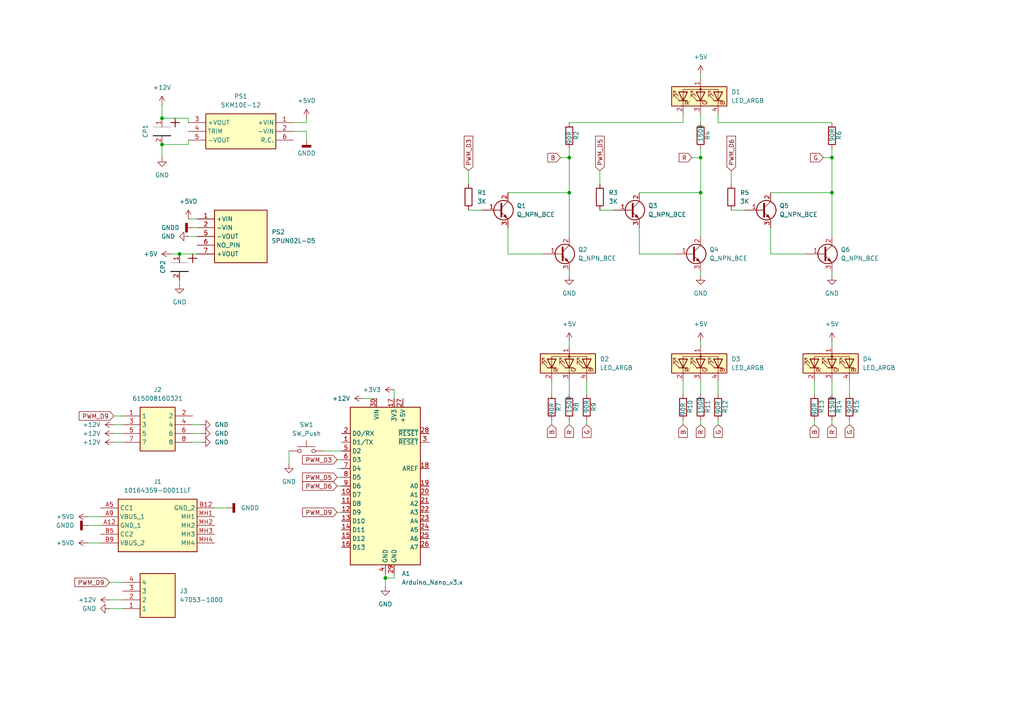
<source format=kicad_sch>
(kicad_sch (version 20231120) (generator "eeschema") (generator_version "8.0")
  (paper "A4")
  (lib_symbols
    (symbol "10164359-00011LF:10164359-00011LF"
      (property "Reference" "J" (at 29.21 7.62 0))
      (property "Value" "10164359-00011LF" (at 29.21 5.08 0))
      (symbol "10164359-00011LF_1_1"
        (rectangle (start 5.08 2.54) (end 27.94 -12.7) (stroke (width 0.254)) (fill (type background)))
        (pin passive line (at 0 -5.08 0) (length 5.08) (name "GND_1") (number "A12"))
        (pin passive line (at 0 0 0) (length 5.08) (name "CC1") (number "A5"))
        (pin passive line (at 0 -2.54 0) (length 5.08) (name "VBUS_1") (number "A9"))
        (pin passive line (at 33.02 0 180) (length 5.08) (name "GND_2") (number "B12"))
        (pin passive line (at 0 -7.62 0) (length 5.08) (name "CC2") (number "B5"))
        (pin passive line (at 0 -10.16 0) (length 5.08) (name "VBUS_2") (number "B9"))
        (pin passive line (at 33.02 -2.54 180) (length 5.08) (name "MH1") (number "MH1"))
        (pin passive line (at 33.02 -5.08 180) (length 5.08) (name "MH2") (number "MH2"))
        (pin passive line (at 33.02 -7.62 180) (length 5.08) (name "MH3") (number "MH3"))
        (pin passive line (at 33.02 -10.16 180) (length 5.08) (name "MH4") (number "MH4"))
      )
    )
    (symbol "47053-1000:47053-1000"
      (property "Reference" "J" (at 16.51 7.62 0))
      (property "Value" "47053-1000" (at 16.51 5.08 0))
      (symbol "47053-1000_1_1"
        (rectangle (start 5.08 2.54) (end 15.24 -10.16) (stroke (width 0.254)) (fill (type background)))
        (pin passive line (at 0 -7.62 0) (length 5.08) (name "1") (number "1"))
        (pin passive line (at 0 -5.08 0) (length 5.08) (name "2") (number "2"))
        (pin passive line (at 0 -2.54 0) (length 5.08) (name "3") (number "3"))
        (pin passive line (at 0 0 0) (length 5.08) (name "4") (number "4"))
      )
    )
    (symbol "615008160321:615008160321"
      (property "Reference" "J" (at 16.51 7.62 0))
      (property "Value" "615008160321" (at 16.51 5.08 0))
      (symbol "615008160321_1_1"
        (rectangle (start 5.08 2.54) (end 15.24 -10.16) (stroke (width 0.254)) (fill (type background)))
        (pin passive line (at 0 0 0) (length 5.08) (name "1") (number "1"))
        (pin passive line (at 20.32 0 180) (length 5.08) (name "2") (number "2"))
        (pin passive line (at 0 -2.54 0) (length 5.08) (name "3") (number "3"))
        (pin passive line (at 20.32 -2.54 180) (length 5.08) (name "4") (number "4"))
        (pin passive line (at 0 -5.08 0) (length 5.08) (name "5") (number "5"))
        (pin passive line (at 20.32 -5.08 180) (length 5.08) (name "6") (number "6"))
        (pin passive line (at 0 -7.62 0) (length 5.08) (name "7") (number "7"))
        (pin passive line (at 20.32 -7.62 180) (length 5.08) (name "8") (number "8"))
      )
    )
    (symbol "Capacitor_Wurth_WCAP-ATG8:P2.5D6.3L11_860010573007_Modified" (pin_names hide)
      (property "Reference" "CP" (at 0 5.08 0))
      (property "Value" "P2.5D6.3L11_860010573007_Modified" (at 0 -5.08 0))
      (symbol "P2.5D6.3L11_860010573007_Modified_1_1"
        (polyline (pts (xy -3.81 3.81) (xy -1.27 3.81)) (stroke (width 0.254)))
        (polyline (pts (xy -2.54 5.08) (xy -2.54 2.54)) (stroke (width 0.254)))
        (polyline (pts (xy -1.27 2.54) (xy -1.27 -2.54)) (stroke (width 0.254) (color 194 194 194 1)))
        (polyline (pts (xy 1.27 2.54) (xy 1.27 -2.54)) (stroke (width 0.254) (color 0 0 0 1)))
        (pin passive line (at -3.81 0 0) (length 2.54) (name "1") (number "1"))
        (pin passive line (at 3.81 0 180) (length 2.54) (name "2") (number "2"))
      )
    )
    (symbol "Device:LED_ARGB" (pin_names (offset 0) hide)
      (property "Reference" "D" (at 0 9.398 0))
      (property "Value" "LED_ARGB" (at 0 -8.89 0))
      (symbol "LED_ARGB_0_0"
        (text "B" (at -1.905 -6.35 0) (effects (font (size 1.27 1.27))))
        (text "G" (at -1.905 -1.27 0) (effects (font (size 1.27 1.27))))
        (text "R" (at -1.905 3.81 0) (effects (font (size 1.27 1.27))))
      )
      (symbol "LED_ARGB_0_1"
        (polyline (pts (xy -1.27 -5.08) (xy -2.54 -5.08)))
        (polyline (pts (xy -1.27 -5.08) (xy 1.27 -5.08)))
        (polyline (pts (xy -1.27 -3.81) (xy -1.27 -6.35)) (stroke (width 0.254)))
        (polyline (pts (xy -1.27 0) (xy -2.54 0)))
        (polyline (pts (xy -1.27 1.27) (xy -1.27 -1.27)) (stroke (width 0.254)))
        (polyline (pts (xy -1.27 5.08) (xy -2.54 5.08)))
        (polyline (pts (xy -1.27 5.08) (xy 1.27 5.08)))
        (polyline (pts (xy -1.27 6.35) (xy -1.27 3.81)) (stroke (width 0.254)))
        (polyline (pts (xy 1.27 0) (xy -1.27 0)))
        (polyline (pts (xy 1.27 0) (xy 2.54 0)))
        (polyline (pts (xy -1.27 1.27) (xy -1.27 -1.27) (xy -1.27 -1.27)))
        (polyline (pts (xy -1.27 6.35) (xy -1.27 3.81) (xy -1.27 3.81)))
        (polyline (pts (xy 1.27 -5.08) (xy 2.032 -5.08) (xy 2.032 5.08) (xy 1.27 5.08)))
        (polyline (pts (xy 1.27 -3.81) (xy 1.27 -6.35) (xy -1.27 -5.08) (xy 1.27 -3.81)) (stroke (width 0.254)))
        (polyline (pts (xy 1.27 1.27) (xy 1.27 -1.27) (xy -1.27 0) (xy 1.27 1.27)) (stroke (width 0.254)))
        (polyline (pts (xy 1.27 6.35) (xy 1.27 3.81) (xy -1.27 5.08) (xy 1.27 6.35)) (stroke (width 0.254)))
        (polyline (pts (xy -1.016 -3.81) (xy 0.508 -2.286) (xy -0.254 -2.286) (xy 0.508 -2.286) (xy 0.508 -3.048)))
        (polyline (pts (xy -1.016 1.27) (xy 0.508 2.794) (xy -0.254 2.794) (xy 0.508 2.794) (xy 0.508 2.032)))
        (polyline (pts (xy -1.016 6.35) (xy 0.508 7.874) (xy -0.254 7.874) (xy 0.508 7.874) (xy 0.508 7.112)))
        (polyline (pts (xy 0 -3.81) (xy 1.524 -2.286) (xy 0.762 -2.286) (xy 1.524 -2.286) (xy 1.524 -3.048)))
        (polyline (pts (xy 0 1.27) (xy 1.524 2.794) (xy 0.762 2.794) (xy 1.524 2.794) (xy 1.524 2.032)))
        (polyline (pts (xy 0 6.35) (xy 1.524 7.874) (xy 0.762 7.874) (xy 1.524 7.874) (xy 1.524 7.112)))
        (rectangle (start 1.27 -1.27) (end 1.27 1.27))
        (rectangle (start 1.27 1.27) (end 1.27 1.27))
        (rectangle (start 1.27 3.81) (end 1.27 6.35))
        (rectangle (start 1.27 6.35) (end 1.27 6.35))
        (circle (center 2.032 0) (radius 0.254) (fill (type outline)))
        (rectangle (start 2.794 8.382) (end -2.794 -7.62) (stroke (width 0.254)) (fill (type background)))
      )
      (symbol "LED_ARGB_1_1"
        (pin passive line (at 5.08 0 180) (length 2.54) (name "A") (number "1"))
        (pin passive line (at -5.08 5.08 0) (length 2.54) (name "RK") (number "2"))
        (pin passive line (at -5.08 0 0) (length 2.54) (name "GK") (number "3"))
        (pin passive line (at -5.08 -5.08 0) (length 2.54) (name "BK") (number "4"))
      )
    )
    (symbol "Device:Q_NPN_BCE" (pin_names (offset 0) hide)
      (property "Reference" "Q" (at 5.08 1.27 0))
      (property "Value" "Q_NPN_BCE" (at 5.08 -1.27 0))
      (symbol "Q_NPN_BCE_0_1"
        (polyline (pts (xy 0.635 0.635) (xy 2.54 2.54)))
        (polyline (pts (xy 0.635 -0.635) (xy 2.54 -2.54) (xy 2.54 -2.54)))
        (polyline (pts (xy 0.635 1.905) (xy 0.635 -1.905) (xy 0.635 -1.905)) (stroke (width 0.508)))
        (polyline (pts (xy 1.27 -1.778) (xy 1.778 -1.27) (xy 2.286 -2.286) (xy 1.27 -1.778) (xy 1.27 -1.778)) (fill (type outline)))
        (circle (center 1.27 0) (radius 2.8194) (stroke (width 0.254)))
      )
      (symbol "Q_NPN_BCE_1_1"
        (pin input line (at -5.08 0 0) (length 5.715) (name "B") (number "1"))
        (pin passive line (at 2.54 5.08 270) (length 2.54) (name "C") (number "2"))
        (pin passive line (at 2.54 -5.08 90) (length 2.54) (name "E") (number "3"))
      )
    )
    (symbol "Device:R" (pin_numbers hide) (pin_names (offset 0))
      (property "Reference" "R" (at 2.032 0 90))
      (property "Value" "R" (at 0 0 90))
      (symbol "R_0_1"
        (rectangle (start -1.016 -2.54) (end 1.016 2.54) (stroke (width 0.254)))
      )
      (symbol "R_1_1"
        (pin passive line (at 0 3.81 270) (length 1.27) (name "~") (number "1"))
        (pin passive line (at 0 -3.81 90) (length 1.27) (name "~") (number "2"))
      )
    )
    (symbol "MCU_Module:Arduino_Nano_v3.x"
      (property "Reference" "A" (at -10.16 23.495 0))
      (property "Value" "Arduino_Nano_v3.x" (at 5.08 -24.13 0))
      (symbol "Arduino_Nano_v3.x_0_1"
        (rectangle (start -10.16 22.86) (end 10.16 -22.86) (stroke (width 0.254)) (fill (type background)))
      )
      (symbol "Arduino_Nano_v3.x_1_1"
        (pin bidirectional line (at -12.7 12.7 0) (length 2.54) (name "D1/TX") (number "1"))
        (pin bidirectional line (at -12.7 -2.54 0) (length 2.54) (name "D7") (number "10"))
        (pin bidirectional line (at -12.7 -5.08 0) (length 2.54) (name "D8") (number "11"))
        (pin bidirectional line (at -12.7 -7.62 0) (length 2.54) (name "D9") (number "12"))
        (pin bidirectional line (at -12.7 -10.16 0) (length 2.54) (name "D10") (number "13"))
        (pin bidirectional line (at -12.7 -12.7 0) (length 2.54) (name "D11") (number "14"))
        (pin bidirectional line (at -12.7 -15.24 0) (length 2.54) (name "D12") (number "15"))
        (pin bidirectional line (at -12.7 -17.78 0) (length 2.54) (name "D13") (number "16"))
        (pin power_out line (at 2.54 25.4 270) (length 2.54) (name "3V3") (number "17"))
        (pin input line (at 12.7 5.08 180) (length 2.54) (name "AREF") (number "18"))
        (pin bidirectional line (at 12.7 0 180) (length 2.54) (name "A0") (number "19"))
        (pin bidirectional line (at -12.7 15.24 0) (length 2.54) (name "D0/RX") (number "2"))
        (pin bidirectional line (at 12.7 -2.54 180) (length 2.54) (name "A1") (number "20"))
        (pin bidirectional line (at 12.7 -5.08 180) (length 2.54) (name "A2") (number "21"))
        (pin bidirectional line (at 12.7 -7.62 180) (length 2.54) (name "A3") (number "22"))
        (pin bidirectional line (at 12.7 -10.16 180) (length 2.54) (name "A4") (number "23"))
        (pin bidirectional line (at 12.7 -12.7 180) (length 2.54) (name "A5") (number "24"))
        (pin bidirectional line (at 12.7 -15.24 180) (length 2.54) (name "A6") (number "25"))
        (pin bidirectional line (at 12.7 -17.78 180) (length 2.54) (name "A7") (number "26"))
        (pin power_out line (at 5.08 25.4 270) (length 2.54) (name "+5V") (number "27"))
        (pin input line (at 12.7 15.24 180) (length 2.54) (name "~{RESET}") (number "28"))
        (pin power_in line (at 2.54 -25.4 90) (length 2.54) (name "GND") (number "29"))
        (pin input line (at 12.7 12.7 180) (length 2.54) (name "~{RESET}") (number "3"))
        (pin power_in line (at -2.54 25.4 270) (length 2.54) (name "VIN") (number "30"))
        (pin power_in line (at 0 -25.4 90) (length 2.54) (name "GND") (number "4"))
        (pin bidirectional line (at -12.7 10.16 0) (length 2.54) (name "D2") (number "5"))
        (pin bidirectional line (at -12.7 7.62 0) (length 2.54) (name "D3") (number "6"))
        (pin bidirectional line (at -12.7 5.08 0) (length 2.54) (name "D4") (number "7"))
        (pin bidirectional line (at -12.7 2.54 0) (length 2.54) (name "D5") (number "8"))
        (pin bidirectional line (at -12.7 0 0) (length 2.54) (name "D6") (number "9"))
      )
    )
    (symbol "SKM10E-12:SKM10E-12"
      (property "Reference" "PS" (at 26.67 7.62 0))
      (property "Value" "SKM10E-12" (at 26.67 5.08 0))
      (symbol "SKM10E-12_1_1"
        (rectangle (start 5.08 2.54) (end 25.4 -7.62) (stroke (width 0.254)) (fill (type background)))
        (pin passive line (at 30.48 0 180) (length 5.08) (name "+VIN") (number "1"))
        (pin passive line (at 30.48 -2.54 180) (length 5.08) (name "-VIN") (number "2"))
        (pin passive line (at 0 0 0) (length 5.08) (name "+VOUT") (number "3"))
        (pin passive line (at 0 -2.54 0) (length 5.08) (name "TRIM") (number "4"))
        (pin passive line (at 0 -5.08 0) (length 5.08) (name "-VOUT") (number "5"))
        (pin passive line (at 30.48 -5.08 180) (length 5.08) (name "R.C.") (number "6"))
      )
    )
    (symbol "SPUN02L-05:SPUN02L-05"
      (property "Reference" "PS" (at 21.59 7.62 0))
      (property "Value" "SPUN02L-05" (at 21.59 5.08 0))
      (symbol "SPUN02L-05_1_1"
        (rectangle (start 5.08 2.54) (end 20.32 -12.7) (stroke (width 0.254)) (fill (type background)))
        (pin passive line (at 0 0 0) (length 5.08) (name "+VIN") (number "1"))
        (pin passive line (at 0 -2.54 0) (length 5.08) (name "-VIN") (number "2"))
        (pin passive line (at 0 -5.08 0) (length 5.08) (name "-VOUT") (number "5"))
        (pin passive line (at 0 -7.62 0) (length 5.08) (name "NO_PIN") (number "6"))
        (pin passive line (at 0 -10.16 0) (length 5.08) (name "+VOUT") (number "7"))
      )
    )
    (symbol "Switch:SW_Push" (pin_numbers hide) (pin_names (offset 1.016) hide)
      (property "Reference" "SW" (at 1.27 2.54 0))
      (property "Value" "SW_Push" (at 0 -1.524 0))
      (symbol "SW_Push_0_1"
        (circle (center -2.032 0) (radius 0.508))
        (polyline (pts (xy 0 1.27) (xy 0 3.048)))
        (polyline (pts (xy 2.54 1.27) (xy -2.54 1.27)))
        (circle (center 2.032 0) (radius 0.508))
        (pin passive line (at -5.08 0 0) (length 2.54) (name "1") (number "1"))
        (pin passive line (at 5.08 0 180) (length 2.54) (name "2") (number "2"))
      )
    )
    (symbol "power:+12V" (power) (pin_numbers hide) (pin_names (offset 0) hide)
      (property "Value" "+12V" (at 0 3.556 0))
      (symbol "+12V_0_1"
        (polyline (pts (xy -0.762 1.27) (xy 0 2.54)))
        (polyline (pts (xy 0 0) (xy 0 2.54)))
        (polyline (pts (xy 0 2.54) (xy 0.762 1.27)))
      )
      (symbol "+12V_1_1"
        (pin power_in line (at 0 0 90) (length 0) (name "~") (number "1"))
      )
    )
    (symbol "power:+3V3" (power) (pin_numbers hide) (pin_names (offset 0) hide)
      (property "Value" "+3V3" (at 0 3.556 0))
      (symbol "+3V3_0_1"
        (polyline (pts (xy -0.762 1.27) (xy 0 2.54)))
        (polyline (pts (xy 0 0) (xy 0 2.54)))
        (polyline (pts (xy 0 2.54) (xy 0.762 1.27)))
      )
      (symbol "+3V3_1_1"
        (pin power_in line (at 0 0 90) (length 0) (name "~") (number "1"))
      )
    )
    (symbol "power:+5V" (power) (pin_numbers hide) (pin_names (offset 0) hide)
      (property "Value" "+5V" (at 0 3.556 0))
      (symbol "+5V_0_1"
        (polyline (pts (xy -0.762 1.27) (xy 0 2.54)))
        (polyline (pts (xy 0 0) (xy 0 2.54)))
        (polyline (pts (xy 0 2.54) (xy 0.762 1.27)))
      )
      (symbol "+5V_1_1"
        (pin power_in line (at 0 0 90) (length 0) (name "~") (number "1"))
      )
    )
    (symbol "power:+5VD" (power) (pin_numbers hide) (pin_names (offset 0) hide)
      (property "Value" "+5VD" (at 0 3.556 0))
      (symbol "+5VD_0_1"
        (polyline (pts (xy -0.762 1.27) (xy 0 2.54)))
        (polyline (pts (xy 0 0) (xy 0 2.54)))
        (polyline (pts (xy 0 2.54) (xy 0.762 1.27)))
      )
      (symbol "+5VD_1_1"
        (pin power_in line (at 0 0 90) (length 0) (name "~") (number "1"))
      )
    )
    (symbol "power:GND" (power) (pin_numbers hide) (pin_names (offset 0) hide)
      (property "Value" "GND" (at 0 -3.81 0))
      (symbol "GND_0_1"
        (polyline (pts (xy 0 0) (xy 0 -1.27) (xy 1.27 -1.27) (xy 0 -2.54) (xy -1.27 -1.27) (xy 0 -1.27)))
      )
      (symbol "GND_1_1"
        (pin power_in line (at 0 0 270) (length 0) (name "~") (number "1"))
      )
    )
    (symbol "power:GNDD" (power) (pin_numbers hide) (pin_names (offset 0) hide)
      (property "Value" "GNDD" (at 0 -3.175 0))
      (symbol "GNDD_0_1"
        (rectangle (start -1.27 -1.524) (end 1.27 -2.032) (stroke (width 0.254)) (fill (type outline)))
        (polyline (pts (xy 0 0) (xy 0 -1.524)))
      )
      (symbol "GNDD_1_1"
        (pin power_in line (at 0 0 270) (length 0) (name "~") (number "1"))
      )
    )
  )
  (junction (at 203.2 55.88))
  (junction (at 165.1 45.72))
  (junction (at 203.2 45.72))
  (junction (at 46.99 34.29))
  (junction (at 165.1 55.88))
  (junction (at 241.3 45.72))
  (junction (at 46.99 41.91))
  (junction (at 241.3 55.88))
  (junction (at 111.76 167.64))
  (junction (at 52.07 73.66))
  (wire (pts (xy 25.4 149.86) (xy 29.21 149.86)))
  (wire (pts (xy 83.82 130.81) (xy 83.82 134.62)))
  (wire (pts (xy 85.09 35.56) (xy 88.9 35.56)))
  (wire (pts (xy 147.32 73.66) (xy 157.48 73.66)))
  (wire (pts (xy 31.75 168.91) (xy 35.56 168.91)))
  (wire (pts (xy 62.23 147.32) (xy 66.04 147.32)))
  (wire (pts (xy 208.28 121.92) (xy 208.28 123.19)))
  (wire (pts (xy 54.61 34.29) (xy 46.99 34.29)))
  (wire (pts (xy 33.02 128.27) (xy 35.56 128.27)))
  (wire (pts (xy 203.2 45.72) (xy 203.2 55.88)))
  (wire (pts (xy 147.32 66.04) (xy 147.32 73.66)))
  (wire (pts (xy 160.02 110.49) (xy 160.02 114.3)))
  (wire (pts (xy 223.52 73.66) (xy 233.68 73.66)))
  (wire (pts (xy 208.28 110.49) (xy 208.28 114.3)))
  (wire (pts (xy 160.02 121.92) (xy 160.02 123.19)))
  (wire (pts (xy 33.02 123.19) (xy 35.56 123.19)))
  (wire (pts (xy 246.38 110.49) (xy 246.38 114.3)))
  (wire (pts (xy 241.3 110.49) (xy 241.3 114.3)))
  (wire (pts (xy 208.28 33.02) (xy 208.28 35.56)))
  (wire (pts (xy 33.02 120.65) (xy 35.56 120.65)))
  (wire (pts (xy 198.12 33.02) (xy 198.12 35.56)))
  (wire (pts (xy 135.89 60.96) (xy 139.7 60.96)))
  (wire (pts (xy 55.88 123.19) (xy 58.42 123.19)))
  (wire (pts (xy 165.1 110.49) (xy 165.1 114.3)))
  (wire (pts (xy 54.61 68.58) (xy 57.15 68.58)))
  (wire (pts (xy 105.41 115.57) (xy 109.22 115.57)))
  (wire (pts (xy 236.22 110.49) (xy 236.22 114.3)))
  (wire (pts (xy 241.3 55.88) (xy 241.3 68.58)))
  (wire (pts (xy 165.1 55.88) (xy 165.1 68.58)))
  (wire (pts (xy 170.18 110.49) (xy 170.18 114.3)))
  (wire (pts (xy 55.88 66.04) (xy 57.15 66.04)))
  (wire (pts (xy 241.3 43.18) (xy 241.3 45.72)))
  (wire (pts (xy 165.1 43.18) (xy 165.1 45.72)))
  (wire (pts (xy 97.79 138.43) (xy 99.06 138.43)))
  (wire (pts (xy 54.61 63.5) (xy 57.15 63.5)))
  (wire (pts (xy 185.42 55.88) (xy 203.2 55.88)))
  (wire (pts (xy 54.61 41.91) (xy 54.61 40.64)))
  (wire (pts (xy 203.2 110.49) (xy 203.2 114.3)))
  (wire (pts (xy 241.3 45.72) (xy 241.3 55.88)))
  (wire (pts (xy 241.3 78.74) (xy 241.3 80.01)))
  (wire (pts (xy 173.99 60.96) (xy 177.8 60.96)))
  (wire (pts (xy 203.2 43.18) (xy 203.2 45.72)))
  (wire (pts (xy 238.76 45.72) (xy 241.3 45.72)))
  (wire (pts (xy 31.75 176.53) (xy 35.56 176.53)))
  (wire (pts (xy 46.99 30.48) (xy 46.99 34.29)))
  (wire (pts (xy 147.32 55.88) (xy 165.1 55.88)))
  (wire (pts (xy 93.98 130.81) (xy 99.06 130.81)))
  (wire (pts (xy 114.3 167.64) (xy 111.76 167.64)))
  (wire (pts (xy 223.52 55.88) (xy 241.3 55.88)))
  (wire (pts (xy 55.88 128.27) (xy 58.42 128.27)))
  (wire (pts (xy 46.99 41.91) (xy 46.99 45.72)))
  (wire (pts (xy 198.12 121.92) (xy 198.12 123.19)))
  (wire (pts (xy 185.42 66.04) (xy 185.42 73.66)))
  (wire (pts (xy 85.09 38.1) (xy 88.9 38.1)))
  (wire (pts (xy 88.9 38.1) (xy 88.9 40.64)))
  (wire (pts (xy 33.02 125.73) (xy 35.56 125.73)))
  (wire (pts (xy 25.4 157.48) (xy 29.21 157.48)))
  (wire (pts (xy 212.09 49.53) (xy 212.09 53.34)))
  (wire (pts (xy 97.79 140.97) (xy 99.06 140.97)))
  (wire (pts (xy 170.18 121.92) (xy 170.18 123.19)))
  (wire (pts (xy 208.28 35.56) (xy 241.3 35.56)))
  (wire (pts (xy 97.79 133.35) (xy 99.06 133.35)))
  (wire (pts (xy 25.4 152.4) (xy 29.21 152.4)))
  (wire (pts (xy 212.09 60.96) (xy 215.9 60.96)))
  (wire (pts (xy 111.76 166.37) (xy 111.76 167.64)))
  (wire (pts (xy 198.12 110.49) (xy 198.12 114.3)))
  (wire (pts (xy 165.1 45.72) (xy 165.1 55.88)))
  (wire (pts (xy 46.99 41.91) (xy 54.61 41.91)))
  (wire (pts (xy 52.07 81.28) (xy 52.07 82.55)))
  (wire (pts (xy 236.22 121.92) (xy 236.22 123.19)))
  (wire (pts (xy 52.07 73.66) (xy 57.15 73.66)))
  (wire (pts (xy 203.2 21.59) (xy 203.2 22.86)))
  (wire (pts (xy 223.52 66.04) (xy 223.52 73.66)))
  (wire (pts (xy 97.79 135.89) (xy 99.06 135.89)))
  (wire (pts (xy 165.1 35.56) (xy 198.12 35.56)))
  (wire (pts (xy 241.3 121.92) (xy 241.3 123.19)))
  (wire (pts (xy 162.56 45.72) (xy 165.1 45.72)))
  (wire (pts (xy 200.66 45.72) (xy 203.2 45.72)))
  (wire (pts (xy 135.89 49.53) (xy 135.89 53.34)))
  (wire (pts (xy 246.38 121.92) (xy 246.38 123.19)))
  (wire (pts (xy 114.3 166.37) (xy 114.3 167.64)))
  (wire (pts (xy 31.75 173.99) (xy 35.56 173.99)))
  (wire (pts (xy 203.2 33.02) (xy 203.2 35.56)))
  (wire (pts (xy 165.1 78.74) (xy 165.1 80.01)))
  (wire (pts (xy 203.2 78.74) (xy 203.2 80.01)))
  (wire (pts (xy 88.9 34.29) (xy 88.9 35.56)))
  (wire (pts (xy 55.88 125.73) (xy 58.42 125.73)))
  (wire (pts (xy 165.1 121.92) (xy 165.1 123.19)))
  (wire (pts (xy 54.61 35.56) (xy 54.61 34.29)))
  (wire (pts (xy 114.3 113.03) (xy 114.3 115.57)))
  (wire (pts (xy 203.2 99.06) (xy 203.2 100.33)))
  (wire (pts (xy 173.99 49.53) (xy 173.99 53.34)))
  (wire (pts (xy 111.76 167.64) (xy 111.76 170.18)))
  (wire (pts (xy 203.2 55.88) (xy 203.2 68.58)))
  (wire (pts (xy 203.2 121.92) (xy 203.2 123.19)))
  (wire (pts (xy 49.53 73.66) (xy 52.07 73.66)))
  (wire (pts (xy 185.42 73.66) (xy 195.58 73.66)))
  (wire (pts (xy 241.3 99.06) (xy 241.3 100.33)))
  (wire (pts (xy 165.1 99.06) (xy 165.1 100.33)))
  (wire (pts (xy 97.79 148.59) (xy 99.06 148.59)))
  (global_label "B" (shape input) (at 236.22 123.19 270) (property "Intersheetrefs" "${INTERSHEET_REFS}" (effects (hide yes))))
  (global_label "B" (shape input) (at 160.02 123.19 270) (property "Intersheetrefs" "${INTERSHEET_REFS}" (effects (hide yes))))
  (global_label "PWM_D3" (shape input) (at 135.89 49.53 90) (property "Intersheetrefs" "${INTERSHEET_REFS}" (effects (hide yes))))
  (global_label "G" (shape input) (at 170.18 123.19 270) (property "Intersheetrefs" "${INTERSHEET_REFS}" (effects (hide yes))))
  (global_label "G" (shape input) (at 238.76 45.72 180) (property "Intersheetrefs" "${INTERSHEET_REFS}" (effects (hide yes))))
  (global_label "R" (shape input) (at 200.66 45.72 180) (property "Intersheetrefs" "${INTERSHEET_REFS}" (effects (hide yes))))
  (global_label "R" (shape input) (at 241.3 123.19 270) (property "Intersheetrefs" "${INTERSHEET_REFS}" (effects (hide yes))))
  (global_label "PWM_D5" (shape input) (at 173.99 49.53 90) (property "Intersheetrefs" "${INTERSHEET_REFS}" (effects (hide yes))))
  (global_label "PWM_D9" (shape input) (at 97.79 148.59 180) (property "Intersheetrefs" "${INTERSHEET_REFS}" (effects (hide yes))))
  (global_label "PWM_D9" (shape input) (at 31.75 168.91 180) (property "Intersheetrefs" "${INTERSHEET_REFS}" (effects (hide yes))))
  (global_label "PWM_D9" (shape input) (at 33.02 120.65 180) (property "Intersheetrefs" "${INTERSHEET_REFS}" (effects (hide yes))))
  (global_label "PWM_D6" (shape input) (at 97.79 140.97 180) (property "Intersheetrefs" "${INTERSHEET_REFS}" (effects (hide yes))))
  (global_label "G" (shape input) (at 246.38 123.19 270) (property "Intersheetrefs" "${INTERSHEET_REFS}" (effects (hide yes))))
  (global_label "R" (shape input) (at 203.2 123.19 270) (property "Intersheetrefs" "${INTERSHEET_REFS}" (effects (hide yes))))
  (global_label "PWM_D6" (shape input) (at 212.09 49.53 90) (property "Intersheetrefs" "${INTERSHEET_REFS}" (effects (hide yes))))
  (global_label "B" (shape input) (at 198.12 123.19 270) (property "Intersheetrefs" "${INTERSHEET_REFS}" (effects (hide yes))))
  (global_label "B" (shape input) (at 162.56 45.72 180) (property "Intersheetrefs" "${INTERSHEET_REFS}" (effects (hide yes))))
  (global_label "PWM_D5" (shape input) (at 97.79 138.43 180) (property "Intersheetrefs" "${INTERSHEET_REFS}" (effects (hide yes))))
  (global_label "G" (shape input) (at 208.28 123.19 270) (property "Intersheetrefs" "${INTERSHEET_REFS}" (effects (hide yes))))
  (global_label "R" (shape input) (at 165.1 123.19 270) (property "Intersheetrefs" "${INTERSHEET_REFS}" (effects (hide yes))))
  (global_label "PWM_D3" (shape input) (at 97.79 133.35 180) (property "Intersheetrefs" "${INTERSHEET_REFS}" (effects (hide yes))))
  (symbol (lib_id "power:+12V") (at 33.02 123.19 90) (unit 1)
    (property "Reference" "#PWR06" (effects (hide yes)))
    (property "Value" "+12V" (at 29.21 123.1899 90) (effects (justify left)))
    (property "Description" "Power symbol creates a global label with name \"+12V\"" (effects (hide yes)))
  )
  (symbol (lib_id "power:GND") (at 52.07 82.55 0) (unit 1)
    (property "Reference" "#PWR012" (effects (hide yes)))
    (property "Value" "GND" (at 52.07 87.63 0))
    (property "Description" "Power symbol creates a global label with name \"GND\" , ground" (effects (hide yes)))
  )
  (symbol (lib_id "Device:Q_NPN_BCE") (at 182.88 60.96 0) (unit 1)
    (property "Reference" "Q3" (at 187.96 59.6899 0) (effects (justify left)))
    (property "Value" "Q_NPN_BCE" (at 187.96 62.2299 0) (effects (justify left)))
    (property "Footprint" "Package_TO_SOT_SMD:SOT-23-3" (effects (hide yes)))
    (property "Description" "NPN transistor, base/collector/emitter" (effects (hide yes)))
  )
  (symbol (lib_id "Device:R") (at 170.18 118.11 180) (unit 1)
    (property "Reference" "R9" (at 172.212 119.38 90) (effects (justify right)))
    (property "Value" "90R" (at 170.18 119.888 90) (effects (justify right)))
    (property "Footprint" "Resistor_SMD:R_1206_3216Metric_Pad1.30x1.75mm_HandSolder" (effects (hide yes)))
    (property "Description" "Resistor" (effects (hide yes)))
  )
  (symbol (lib_id "Device:Q_NPN_BCE") (at 220.98 60.96 0) (unit 1)
    (property "Reference" "Q5" (at 226.06 59.6899 0) (effects (justify left)))
    (property "Value" "Q_NPN_BCE" (at 226.06 62.2299 0) (effects (justify left)))
    (property "Footprint" "Package_TO_SOT_SMD:SOT-23-3" (effects (hide yes)))
    (property "Description" "NPN transistor, base/collector/emitter" (effects (hide yes)))
  )
  (symbol (lib_id "power:+3V3") (at 114.3 113.03 90) (unit 1)
    (property "Reference" "#PWR025" (effects (hide yes)))
    (property "Value" "+3V3" (at 110.49 113.0299 90) (effects (justify left)))
    (property "Description" "Power symbol creates a global label with name \"+3V3\"" (effects (hide yes)))
  )
  (symbol (lib_id "power:GND") (at 54.61 68.58 270) (unit 1)
    (property "Reference" "#PWR014" (effects (hide yes)))
    (property "Value" "GND" (at 50.8 68.5799 90) (effects (justify right)))
    (property "Description" "Power symbol creates a global label with name \"GND\" , ground" (effects (hide yes)))
  )
  (symbol (lib_id "Device:LED_ARGB") (at 241.3 105.41 90) (unit 1)
    (property "Reference" "D4" (at 250.19 104.1399 90) (effects (justify right)))
    (property "Value" "LED_ARGB" (at 250.19 106.6799 90) (effects (justify right)))
    (property "Footprint" "150141M173100:150141M173100" (effects (hide yes)))
    (property "Description" "RGB LED, anode/red/green/blue" (effects (hide yes)))
  )
  (symbol (lib_id "Device:R") (at 241.3 39.37 180) (unit 1)
    (property "Reference" "R6" (at 243.332 40.64 90) (effects (justify right)))
    (property "Value" "90R" (at 241.3 41.148 90) (effects (justify right)))
    (property "Footprint" "Resistor_SMD:R_1206_3216Metric_Pad1.30x1.75mm_HandSolder" (effects (hide yes)))
    (property "Description" "Resistor" (effects (hide yes)))
  )
  (symbol (lib_id "Device:R") (at 198.12 118.11 180) (unit 1)
    (property "Reference" "R10" (at 200.152 119.888 90) (effects (justify right)))
    (property "Value" "90R" (at 198.12 120.65 90) (effects (justify right)))
    (property "Footprint" "Resistor_SMD:R_1206_3216Metric_Pad1.30x1.75mm_HandSolder" (effects (hide yes)))
    (property "Description" "Resistor" (effects (hide yes)))
  )
  (symbol (lib_id "power:GND") (at 46.99 45.72 0) (unit 1)
    (property "Reference" "#PWR010" (effects (hide yes)))
    (property "Value" "GND" (at 46.99 50.8 0))
    (property "Description" "Power symbol creates a global label with name \"GND\" , ground" (effects (hide yes)))
  )
  (symbol (lib_id "power:GNDD") (at 66.04 147.32 90) (unit 1)
    (property "Reference" "#PWR019" (effects (hide yes)))
    (property "Value" "GNDD" (at 69.85 147.3199 90) (effects (justify right)))
    (property "Description" "Power symbol creates a global label with name \"GNDD\" , digital ground" (effects (hide yes)))
  )
  (symbol (lib_id "power:+5V") (at 165.1 99.06 0) (unit 1)
    (property "Reference" "#PWR030" (effects (hide yes)))
    (property "Value" "+5V" (at 165.1 93.98 0))
    (property "Description" "Power symbol creates a global label with name \"+5V\"" (effects (hide yes)))
  )
  (symbol (lib_id "Device:R") (at 165.1 118.11 180) (unit 1)
    (property "Reference" "R8" (at 167.132 119.38 90) (effects (justify right)))
    (property "Value" "150R" (at 165.1 119.888 90) (effects (justify right)))
    (property "Footprint" "Resistor_SMD:R_1206_3216Metric_Pad1.30x1.75mm_HandSolder" (effects (hide yes)))
    (property "Description" "Resistor" (effects (hide yes)))
  )
  (symbol (lib_id "power:GND") (at 241.3 80.01 0) (unit 1)
    (property "Reference" "#PWR029" (effects (hide yes)))
    (property "Value" "GND" (at 241.3 85.09 0))
    (property "Description" "Power symbol creates a global label with name \"GND\" , ground" (effects (hide yes)))
  )
  (symbol (lib_id "Device:Q_NPN_BCE") (at 162.56 73.66 0) (unit 1)
    (property "Reference" "Q2" (at 167.64 72.3899 0) (effects (justify left)))
    (property "Value" "Q_NPN_BCE" (at 167.64 74.9299 0) (effects (justify left)))
    (property "Footprint" "Package_TO_SOT_SMD:SOT-23-3" (effects (hide yes)))
    (property "Description" "NPN transistor, base/collector/emitter" (effects (hide yes)))
  )
  (symbol (lib_id "power:GND") (at 31.75 176.53 270) (unit 1)
    (property "Reference" "#PWR05" (effects (hide yes)))
    (property "Value" "GND" (at 27.94 176.5299 90) (effects (justify right)))
    (property "Description" "Power symbol creates a global label with name \"GND\" , ground" (effects (hide yes)))
  )
  (symbol (lib_id "10164359-00011LF:10164359-00011LF") (at 29.21 147.32 0) (unit 1)
    (property "Reference" "J1" (at 45.72 139.7 0))
    (property "Value" "10164359-00011LF" (at 45.72 142.24 0))
    (property "Footprint" "10164359-00011LF_mod:1016435900011LF_handsoldered" (effects (hide yes)))
    (property "Datasheet" "https://cdn.amphenol-cs.com/media/wysiwyg/files/drawing/10164359.pdf" (effects (hide yes)))
    (property "Description" "USB Type C Receptacle SMT Single Row 6Pin" (effects (hide yes)))
    (property "Height" "3.41" (effects (hide yes)))
    (property "Mouser Part Number" "649-10164359-00011LF" (effects (hide yes)))
    (property "Mouser Price/Stock" "https://www.mouser.co.uk/ProductDetail/Amphenol-FCI/10164359-00011LF?qs=MyNHzdoqoQLpQ%2FmSqA1%252BtQ%3D%3D" (effects (hide yes)))
    (property "Manufacturer_Name" "Amphenol" (effects (hide yes)))
    (property "Manufacturer_Part_Number" "10164359-00011LF" (effects (hide yes)))
  )
  (symbol (lib_id "power:GND") (at 111.76 170.18 0) (unit 1)
    (property "Reference" "#PWR024" (effects (hide yes)))
    (property "Value" "GND" (at 111.76 175.26 0))
    (property "Description" "Power symbol creates a global label with name \"GND\" , ground" (effects (hide yes)))
  )
  (symbol (lib_id "47053-1000:47053-1000") (at 35.56 168.91 0) (unit 1)
    (property "Reference" "J3" (at 52.07 171.4499 0) (effects (justify left)))
    (property "Value" "47053-1000" (at 52.07 173.9899 0) (effects (justify left)))
    (property "Footprint" "47053-1000:470531000" (effects (hide yes)))
    (property "Datasheet" "http://www.molex.com/pdm_docs/sd/470531000_sd.pdf" (effects (hide yes)))
    (property "Description" "MOLEX - 47053-1000 - HEADER, 4POS, 1ROW, 2.54MM" (effects (hide yes)))
    (property "Height" "8" (effects (hide yes)))
    (property "Mouser Part Number" "538-47053-1000" (effects (hide yes)))
    (property "Mouser Price/Stock" "https://www.mouser.co.uk/ProductDetail/Molex/47053-1000?qs=ph4zPCVRuvqoDX7hrEhxNA%3D%3D" (effects (hide yes)))
    (property "Manufacturer_Name" "Molex" (effects (hide yes)))
    (property "Manufacturer_Part_Number" "47053-1000" (effects (hide yes)))
  )
  (symbol (lib_id "Device:R") (at 236.22 118.11 180) (unit 1)
    (property "Reference" "R13" (at 238.252 119.888 90) (effects (justify right)))
    (property "Value" "90R" (at 236.22 120.65 90) (effects (justify right)))
    (property "Footprint" "Resistor_SMD:R_1206_3216Metric_Pad1.30x1.75mm_HandSolder" (effects (hide yes)))
    (property "Description" "Resistor" (effects (hide yes)))
  )
  (symbol (lib_id "power:+5VD") (at 54.61 63.5 0) (unit 1)
    (property "Reference" "#PWR013" (effects (hide yes)))
    (property "Value" "+5VD" (at 54.61 58.42 0))
    (property "Description" "Power symbol creates a global label with name \"+5VD\"" (effects (hide yes)))
  )
  (symbol (lib_id "power:GNDD") (at 55.88 66.04 270) (unit 1)
    (property "Reference" "#PWR015" (effects (hide yes)))
    (property "Value" "GNDD" (at 52.07 66.0399 90) (effects (justify right)))
    (property "Description" "Power symbol creates a global label with name \"GNDD\" , digital ground" (effects (hide yes)))
  )
  (symbol (lib_id "power:GND") (at 203.2 80.01 0) (unit 1)
    (property "Reference" "#PWR028" (effects (hide yes)))
    (property "Value" "GND" (at 203.2 85.09 0))
    (property "Description" "Power symbol creates a global label with name \"GND\" , ground" (effects (hide yes)))
  )
  (symbol (lib_id "power:+5V") (at 49.53 73.66 90) (unit 1)
    (property "Reference" "#PWR011" (effects (hide yes)))
    (property "Value" "+5V" (at 45.72 73.6599 90) (effects (justify left)))
    (property "Description" "Power symbol creates a global label with name \"+5V\"" (effects (hide yes)))
  )
  (symbol (lib_id "power:+5V") (at 203.2 21.59 0) (unit 1)
    (property "Reference" "#PWR027" (effects (hide yes)))
    (property "Value" "+5V" (at 203.2 16.51 0))
    (property "Description" "Power symbol creates a global label with name \"+5V\"" (effects (hide yes)))
  )
  (symbol (lib_id "power:GND") (at 165.1 80.01 0) (unit 1)
    (property "Reference" "#PWR026" (effects (hide yes)))
    (property "Value" "GND" (at 165.1 85.09 0))
    (property "Description" "Power symbol creates a global label with name \"GND\" , ground" (effects (hide yes)))
  )
  (symbol (lib_id "power:+12V") (at 105.41 115.57 90) (unit 1)
    (property "Reference" "#PWR023" (effects (hide yes)))
    (property "Value" "+12V" (at 101.6 115.5699 90) (effects (justify left)))
    (property "Description" "Power symbol creates a global label with name \"+12V\"" (effects (hide yes)))
  )
  (symbol (lib_id "power:+12V") (at 33.02 128.27 90) (unit 1)
    (property "Reference" "#PWR08" (effects (hide yes)))
    (property "Value" "+12V" (at 29.21 128.2699 90) (effects (justify left)))
    (property "Description" "Power symbol creates a global label with name \"+12V\"" (effects (hide yes)))
  )
  (symbol (lib_id "power:GND") (at 58.42 125.73 90) (unit 1)
    (property "Reference" "#PWR017" (effects (hide yes)))
    (property "Value" "GND" (at 62.23 125.7299 90) (effects (justify right)))
    (property "Description" "Power symbol creates a global label with name \"GND\" , ground" (effects (hide yes)))
  )
  (symbol (lib_id "Device:Q_NPN_BCE") (at 238.76 73.66 0) (unit 1)
    (property "Reference" "Q6" (at 243.84 72.3899 0) (effects (justify left)))
    (property "Value" "Q_NPN_BCE" (at 243.84 74.9299 0) (effects (justify left)))
    (property "Footprint" "Package_TO_SOT_SMD:SOT-23-3" (effects (hide yes)))
    (property "Description" "NPN transistor, base/collector/emitter" (effects (hide yes)))
  )
  (symbol (lib_id "Capacitor_Wurth_WCAP-ATG8:P2.5D6.3L11_860010573007_Modified") (at 52.07 77.47 270) (unit 1)
    (property "Reference" "CP2" (at 47.244 75.438 0) (effects (justify left)))
    (property "Value" "P2.5D6.3L11_860010573007_Modified" (effects (hide yes)))
    (property "Footprint" "Capacitor_THT_Wurth:CP_Wurth_WCAP-ATG8-P2.5D6.3L11" (effects (hide yes)))
    (property "Datasheet" "https://www.we-online.com/catalog/datasheet/860010573007.pdf?ki" (effects (hide yes)))
    (property "Description" "Aluminum Electrolytic Capacitors General Purpose +85 °C" (effects (hide yes)))
    (property "Manufacturer" "Wurth Elektronik" (effects (hide yes)))
    (property "Manufacturer URL" "https://www.we-online.com" (effects (hide yes)))
    (property "Published Date" "20241216" (effects (hide yes)))
    (property "Match Code" "WCAP-ATG8" (effects (hide yes)))
    (property "Part Number" "860010573007" (effects (hide yes)))
    (property "Size" "P2.5D6.3L11" (effects (hide yes)))
    (property "Mounting Technology" "THT" (effects (hide yes)))
    (property "C" "100 µF" (effects (hide yes)))
    (property "VR (V (DC))" "35" (effects (hide yes)))
    (property "Endurance (h)" "2000" (effects (hide yes)))
    (property "Operating Temperature" "-40 °C up to +85 °C" (effects (hide yes)))
    (property "IRIPPLE (mA)" "231.0" (effects (hide yes)))
    (property "ILeak (µA)" "35.0" (effects (hide yes)))
    (property "DF (%)" "12" (effects (hide yes)))
    (property "Pitch (mm)" "2.5" (effects (hide yes)))
    (property "Ø D (mm)" "6.3" (effects (hide yes)))
    (property "L (mm)" "11.0" (effects (hide yes)))
    (property "Packaging" "Ammopack" (effects (hide yes)))
  )
  (symbol (lib_id "MCU_Module:Arduino_Nano_v3.x") (at 111.76 140.97 0) (unit 1)
    (property "Reference" "A1" (at 116.4941 166.37 0) (effects (justify left)))
    (property "Value" "Arduino_Nano_v3.x" (at 116.4941 168.91 0) (effects (justify left)))
    (property "Footprint" "Module:Arduino_Nano" (effects (hide yes)))
    (property "Datasheet" "http://www.mouser.com/pdfdocs/Gravitech_Arduino_Nano3_0.pdf" (effects (hide yes)))
    (property "Description" "Arduino Nano v3.x" (effects (hide yes)))
  )
  (symbol (lib_id "Device:LED_ARGB") (at 203.2 105.41 90) (unit 1)
    (property "Reference" "D3" (at 212.09 104.1399 90) (effects (justify right)))
    (property "Value" "LED_ARGB" (at 212.09 106.6799 90) (effects (justify right)))
    (property "Footprint" "150141M173100:150141M173100" (effects (hide yes)))
    (property "Description" "RGB LED, anode/red/green/blue" (effects (hide yes)))
  )
  (symbol (lib_id "power:GND") (at 58.42 128.27 90) (unit 1)
    (property "Reference" "#PWR018" (effects (hide yes)))
    (property "Value" "GND" (at 62.23 128.2699 90) (effects (justify right)))
    (property "Description" "Power symbol creates a global label with name \"GND\" , ground" (effects (hide yes)))
  )
  (symbol (lib_id "power:+5VD") (at 25.4 149.86 90) (unit 1)
    (property "Reference" "#PWR01" (effects (hide yes)))
    (property "Value" "+5VD" (at 21.59 149.8599 90) (effects (justify left)))
    (property "Description" "Power symbol creates a global label with name \"+5VD\"" (effects (hide yes)))
  )
  (symbol (lib_id "Device:LED_ARGB") (at 203.2 27.94 90) (unit 1)
    (property "Reference" "D1" (at 212.09 26.6699 90) (effects (justify right)))
    (property "Value" "LED_ARGB" (at 212.09 29.2099 90) (effects (justify right)))
    (property "Footprint" "150141M173100:150141M173100" (effects (hide yes)))
    (property "Description" "RGB LED, anode/red/green/blue" (effects (hide yes)))
  )
  (symbol (lib_id "Device:R") (at 135.89 57.15 0) (unit 1)
    (property "Reference" "R1" (at 138.43 55.8799 0) (effects (justify left)))
    (property "Value" "3K" (at 138.43 58.4199 0) (effects (justify left)))
    (property "Footprint" "Resistor_SMD:R_1206_3216Metric_Pad1.30x1.75mm_HandSolder" (effects (hide yes)))
    (property "Description" "Resistor" (effects (hide yes)))
  )
  (symbol (lib_id "power:+5VD") (at 88.9 34.29 0) (unit 1)
    (property "Reference" "#PWR021" (effects (hide yes)))
    (property "Value" "+5VD" (at 88.9 29.21 0))
    (property "Description" "Power symbol creates a global label with name \"+5VD\"" (effects (hide yes)))
  )
  (symbol (lib_id "615008160321:615008160321") (at 35.56 120.65 0) (unit 1)
    (property "Reference" "J2" (at 45.72 113.03 0))
    (property "Value" "615008160321" (at 45.72 115.57 0))
    (property "Footprint" "615008160321:615008160321" (effects (hide yes)))
    (property "Datasheet" "https://www.we-online.com/components/products/datasheet/615008160321.pdf" (effects (hide yes)))
    (property "Description" "Modular Connectors / Ethernet Connectors WR-MJ_8P8C_THT_Vertical" (effects (hide yes)))
    (property "Height" "16.35" (effects (hide yes)))
    (property "Mouser Part Number" "710-615008160321" (effects (hide yes)))
    (property "Mouser Price/Stock" "https://www.mouser.co.uk/ProductDetail/Wurth-Elektronik/615008160321?qs=OlC7AqGiEDmnhkTBXznxsQ%3D%3D" (effects (hide yes)))
    (property "Manufacturer_Name" "Wurth Elektronik" (effects (hide yes)))
    (property "Manufacturer_Part_Number" "615008160321" (effects (hide yes)))
  )
  (symbol (lib_id "power:GNDD") (at 25.4 152.4 270) (unit 1)
    (property "Reference" "#PWR02" (effects (hide yes)))
    (property "Value" "GNDD" (at 21.59 152.3999 90) (effects (justify right)))
    (property "Description" "Power symbol creates a global label with name \"GNDD\" , digital ground" (effects (hide yes)))
  )
  (symbol (lib_id "Device:LED_ARGB") (at 165.1 105.41 90) (unit 1)
    (property "Reference" "D2" (at 173.99 104.1399 90) (effects (justify right)))
    (property "Value" "LED_ARGB" (at 173.99 106.6799 90) (effects (justify right)))
    (property "Footprint" "150141M173100:150141M173100" (effects (hide yes)))
    (property "Description" "RGB LED, anode/red/green/blue" (effects (hide yes)))
  )
  (symbol (lib_id "power:GNDD") (at 88.9 40.64 0) (unit 1)
    (property "Reference" "#PWR022" (effects (hide yes)))
    (property "Value" "GNDD" (at 88.9 44.45 0))
    (property "Description" "Power symbol creates a global label with name \"GNDD\" , digital ground" (effects (hide yes)))
  )
  (symbol (lib_id "Device:R") (at 203.2 39.37 180) (unit 1)
    (property "Reference" "R4" (at 205.232 40.64 90) (effects (justify right)))
    (property "Value" "150R" (at 203.2 41.148 90) (effects (justify right)))
    (property "Footprint" "Resistor_SMD:R_1206_3216Metric_Pad1.30x1.75mm_HandSolder" (effects (hide yes)))
    (property "Description" "Resistor" (effects (hide yes)))
  )
  (symbol (lib_id "Capacitor_Wurth_WCAP-ATG8:P2.5D6.3L11_860010573007_Modified") (at 46.99 38.1 270) (unit 1)
    (property "Reference" "CP1" (at 42.164 36.068 0) (effects (justify left)))
    (property "Value" "P2.5D6.3L11_860010573007_Modified" (effects (hide yes)))
    (property "Footprint" "Capacitor_THT_Wurth:CP_Wurth_WCAP-ATG8-P2.5D6.3L11" (effects (hide yes)))
    (property "Datasheet" "https://www.we-online.com/catalog/datasheet/860010573007.pdf?ki" (effects (hide yes)))
    (property "Description" "Aluminum Electrolytic Capacitors General Purpose +85 °C" (effects (hide yes)))
    (property "Manufacturer" "Wurth Elektronik" (effects (hide yes)))
    (property "Manufacturer URL" "https://www.we-online.com" (effects (hide yes)))
    (property "Published Date" "20241216" (effects (hide yes)))
    (property "Match Code" "WCAP-ATG8" (effects (hide yes)))
    (property "Part Number" "860010573007" (effects (hide yes)))
    (property "Size" "P2.5D6.3L11" (effects (hide yes)))
    (property "Mounting Technology" "THT" (effects (hide yes)))
    (property "C" "100 µF" (effects (hide yes)))
    (property "VR (V (DC))" "35" (effects (hide yes)))
    (property "Endurance (h)" "2000" (effects (hide yes)))
    (property "Operating Temperature" "-40 °C up to +85 °C" (effects (hide yes)))
    (property "IRIPPLE (mA)" "231.0" (effects (hide yes)))
    (property "ILeak (µA)" "35.0" (effects (hide yes)))
    (property "DF (%)" "12" (effects (hide yes)))
    (property "Pitch (mm)" "2.5" (effects (hide yes)))
    (property "Ø D (mm)" "6.3" (effects (hide yes)))
    (property "L (mm)" "11.0" (effects (hide yes)))
    (property "Packaging" "Ammopack" (effects (hide yes)))
  )
  (symbol (lib_id "Device:R") (at 208.28 118.11 180) (unit 1)
    (property "Reference" "R12" (at 210.312 119.888 90) (effects (justify right)))
    (property "Value" "90R" (at 208.28 120.142 90) (effects (justify right)))
    (property "Footprint" "Resistor_SMD:R_1206_3216Metric_Pad1.30x1.75mm_HandSolder" (effects (hide yes)))
    (property "Description" "Resistor" (effects (hide yes)))
  )
  (symbol (lib_id "Device:R") (at 165.1 39.37 180) (unit 1)
    (property "Reference" "R2" (at 167.132 40.64 90) (effects (justify right)))
    (property "Value" "90R" (at 165.1 41.91 90) (effects (justify right)))
    (property "Footprint" "Resistor_SMD:R_1206_3216Metric_Pad1.30x1.75mm_HandSolder" (effects (hide yes)))
    (property "Description" "Resistor" (effects (hide yes)))
  )
  (symbol (lib_id "Device:R") (at 173.99 57.15 0) (unit 1)
    (property "Reference" "R3" (at 176.53 55.8799 0) (effects (justify left)))
    (property "Value" "3K" (at 176.53 58.4199 0) (effects (justify left)))
    (property "Footprint" "Resistor_SMD:R_1206_3216Metric_Pad1.30x1.75mm_HandSolder" (effects (hide yes)))
    (property "Description" "Resistor" (effects (hide yes)))
  )
  (symbol (lib_id "power:+12V") (at 46.99 30.48 0) (unit 1)
    (property "Reference" "#PWR09" (effects (hide yes)))
    (property "Value" "+12V" (at 46.99 25.4 0))
    (property "Description" "Power symbol creates a global label with name \"+12V\"" (effects (hide yes)))
  )
  (symbol (lib_id "SPUN02L-05:SPUN02L-05") (at 57.15 63.5 0) (unit 1)
    (property "Reference" "PS2" (at 78.74 67.3099 0) (effects (justify left)))
    (property "Value" "SPUN02L-05" (at 78.74 69.8499 0) (effects (justify left)))
    (property "Footprint" "SPUN02L-05:SPUN02L05" (effects (hide yes)))
    (property "Datasheet" "https://www.meanwell.com/webapp/product/search.aspx?prod=DPUN02#1" (effects (hide yes)))
    (property "Description" "Isolated DC/DC Converters 5Vin 5Vout 0-400mA 2W SIP Unreg Iso" (effects (hide yes)))
    (property "Height" "10.45" (effects (hide yes)))
    (property "Mouser Part Number" "709-SPUN02L-05" (effects (hide yes)))
    (property "Mouser Price/Stock" "https://www.mouser.co.uk/ProductDetail/MEAN-WELL/SPUN02L-05?qs=%252B6g0mu59x7JG%2Fb%252BeMHDtlA%3D%3D" (effects (hide yes)))
    (property "Manufacturer_Name" "Mean Well" (effects (hide yes)))
    (property "Manufacturer_Part_Number" "SPUN02L-05" (effects (hide yes)))
  )
  (symbol (lib_id "Device:Q_NPN_BCE") (at 144.78 60.96 0) (unit 1)
    (property "Reference" "Q1" (at 149.86 59.6899 0) (effects (justify left)))
    (property "Value" "Q_NPN_BCE" (at 149.86 62.2299 0) (effects (justify left)))
    (property "Footprint" "Package_TO_SOT_SMD:SOT-23-3" (effects (hide yes)))
    (property "Description" "NPN transistor, base/collector/emitter" (effects (hide yes)))
  )
  (symbol (lib_id "Device:R") (at 160.02 118.11 180) (unit 1)
    (property "Reference" "R7" (at 162.052 119.38 90) (effects (justify right)))
    (property "Value" "90R" (at 160.02 120.65 90) (effects (justify right)))
    (property "Footprint" "Resistor_SMD:R_1206_3216Metric_Pad1.30x1.75mm_HandSolder" (effects (hide yes)))
    (property "Description" "Resistor" (effects (hide yes)))
  )
  (symbol (lib_id "Device:R") (at 203.2 118.11 180) (unit 1)
    (property "Reference" "R11" (at 205.232 119.888 90) (effects (justify right)))
    (property "Value" "150R" (at 203.2 120.142 90) (effects (justify right)))
    (property "Footprint" "Resistor_SMD:R_1206_3216Metric_Pad1.30x1.75mm_HandSolder" (effects (hide yes)))
    (property "Description" "Resistor" (effects (hide yes)))
  )
  (symbol (lib_id "Device:R") (at 241.3 118.11 180) (unit 1)
    (property "Reference" "R14" (at 243.332 119.888 90) (effects (justify right)))
    (property "Value" "150R" (at 241.3 119.888 90) (effects (justify right)))
    (property "Footprint" "Resistor_SMD:R_1206_3216Metric_Pad1.30x1.75mm_HandSolder" (effects (hide yes)))
    (property "Description" "Resistor" (effects (hide yes)))
  )
  (symbol (lib_id "power:+12V") (at 33.02 125.73 90) (unit 1)
    (property "Reference" "#PWR07" (effects (hide yes)))
    (property "Value" "+12V" (at 29.21 125.7299 90) (effects (justify left)))
    (property "Description" "Power symbol creates a global label with name \"+12V\"" (effects (hide yes)))
  )
  (symbol (lib_id "power:GND") (at 83.82 134.62 0) (unit 1)
    (property "Reference" "#PWR020" (effects (hide yes)))
    (property "Value" "GND" (at 83.82 139.7 0))
    (property "Description" "Power symbol creates a global label with name \"GND\" , ground" (effects (hide yes)))
  )
  (symbol (lib_id "Device:R") (at 246.38 118.11 180) (unit 1)
    (property "Reference" "R15" (at 248.412 119.888 90) (effects (justify right)))
    (property "Value" "90R" (at 246.38 119.888 90) (effects (justify right)))
    (property "Footprint" "Resistor_SMD:R_1206_3216Metric_Pad1.30x1.75mm_HandSolder" (effects (hide yes)))
    (property "Description" "Resistor" (effects (hide yes)))
  )
  (symbol (lib_id "Switch:SW_Push") (at 88.9 130.81 0) (unit 1)
    (property "Reference" "SW1" (at 88.9 123.19 0))
    (property "Value" "SW_Push" (at 88.9 125.73 0))
    (property "Footprint" "Button_Switch_THT:SW_PUSH_6mm_H13mm" (effects (hide yes)))
    (property "Description" "Push button switch, generic, two pins" (effects (hide yes)))
  )
  (symbol (lib_id "Device:Q_NPN_BCE") (at 200.66 73.66 0) (unit 1)
    (property "Reference" "Q4" (at 205.74 72.3899 0) (effects (justify left)))
    (property "Value" "Q_NPN_BCE" (at 205.74 74.9299 0) (effects (justify left)))
    (property "Footprint" "Package_TO_SOT_SMD:SOT-23-3" (effects (hide yes)))
    (property "Description" "NPN transistor, base/collector/emitter" (effects (hide yes)))
  )
  (symbol (lib_id "power:+12V") (at 31.75 173.99 90) (unit 1)
    (property "Reference" "#PWR04" (effects (hide yes)))
    (property "Value" "+12V" (at 27.94 173.9899 90) (effects (justify left)))
    (property "Description" "Power symbol creates a global label with name \"+12V\"" (effects (hide yes)))
  )
  (symbol (lib_id "power:+5VD") (at 25.4 157.48 90) (unit 1)
    (property "Reference" "#PWR03" (effects (hide yes)))
    (property "Value" "+5VD" (at 21.59 157.4799 90) (effects (justify left)))
    (property "Description" "Power symbol creates a global label with name \"+5VD\"" (effects (hide yes)))
  )
  (symbol (lib_id "power:+5V") (at 241.3 99.06 0) (unit 1)
    (property "Reference" "#PWR032" (effects (hide yes)))
    (property "Value" "+5V" (at 241.3 93.98 0))
    (property "Description" "Power symbol creates a global label with name \"+5V\"" (effects (hide yes)))
  )
  (symbol (lib_id "power:+5V") (at 203.2 99.06 0) (unit 1)
    (property "Reference" "#PWR031" (effects (hide yes)))
    (property "Value" "+5V" (at 203.2 93.98 0))
    (property "Description" "Power symbol creates a global label with name \"+5V\"" (effects (hide yes)))
  )
  (symbol (lib_id "SKM10E-12:SKM10E-12") (at 54.61 35.56 0) (unit 1)
    (property "Reference" "PS1" (at 69.85 27.94 0))
    (property "Value" "SKM10E-12" (at 69.85 30.48 0))
    (property "Footprint" "SKM10E-12:SKM10B05" (effects (hide yes)))
    (property "Datasheet" "http://www.meanwellusa.com/productPdf.aspx?i=799" (effects (hide yes)))
    (property "Description" "Isolated DC/DC Converters 4.7-9Vin 12Vout 833mA DIP Iso Reg" (effects (hide yes)))
    (property "Height" "10" (effects (hide yes)))
    (property "Mouser Part Number" "709-SKM10E-12" (effects (hide yes)))
    (property "Mouser Price/Stock" "https://www.mouser.co.uk/ProductDetail/MEAN-WELL/SKM10E-12?qs=5aG0NVq1C4zepCepGaAC5Q%3D%3D" (effects (hide yes)))
    (property "Manufacturer_Name" "Mean Well" (effects (hide yes)))
    (property "Manufacturer_Part_Number" "SKM10E-12" (effects (hide yes)))
  )
  (symbol (lib_id "power:GND") (at 58.42 123.19 90) (unit 1)
    (property "Reference" "#PWR016" (effects (hide yes)))
    (property "Value" "GND" (at 62.23 123.1899 90) (effects (justify right)))
    (property "Description" "Power symbol creates a global label with name \"GND\" , ground" (effects (hide yes)))
  )
  (symbol (lib_id "Device:R") (at 212.09 57.15 0) (unit 1)
    (property "Reference" "R5" (at 214.63 55.8799 0) (effects (justify left)))
    (property "Value" "3K" (at 214.63 58.4199 0) (effects (justify left)))
    (property "Footprint" "Resistor_SMD:R_1206_3216Metric_Pad1.30x1.75mm_HandSolder" (effects (hide yes)))
    (property "Description" "Resistor" (effects (hide yes)))
  )
)
</source>
